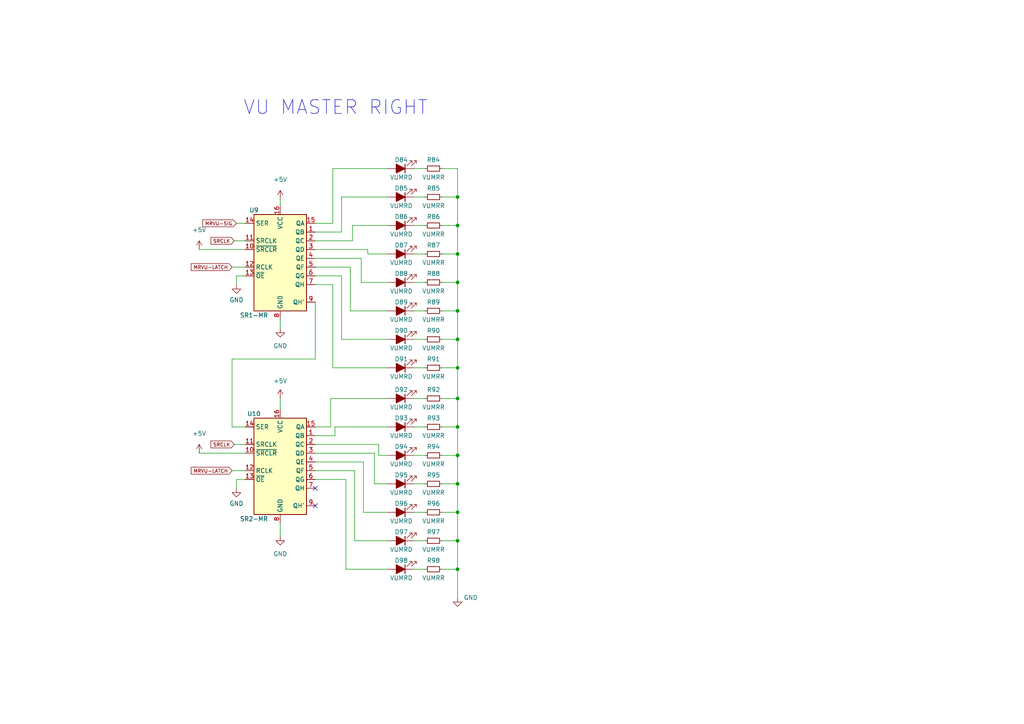
<source format=kicad_sch>
(kicad_sch (version 20210615) (generator eeschema)
  (paper "A4")
  (lib_symbols
    (symbol "74xx:74HC595"
      (property "Reference" "U" (at -7.62 13.97 0))
      (property "Value" "74HC595" (at -7.62 -16.51 0))
      (symbol "74HC595_1_0"
        (pin tri_state line (at 10.16 7.62 180) (length 2.54) (name "QB") (number "1"))
        (pin input line (at -10.16 2.54 0) (length 2.54) (name "~{SRCLR}") (number "10"))
        (pin input line (at -10.16 5.08 0) (length 2.54) (name "SRCLK") (number "11"))
        (pin input line (at -10.16 -2.54 0) (length 2.54) (name "RCLK") (number "12"))
        (pin input line (at -10.16 -5.08 0) (length 2.54) (name "~{OE}") (number "13"))
        (pin input line (at -10.16 10.16 0) (length 2.54) (name "SER") (number "14"))
        (pin tri_state line (at 10.16 10.16 180) (length 2.54) (name "QA") (number "15"))
        (pin power_in line (at 0 15.24 270) (length 2.54) (name "VCC") (number "16"))
        (pin tri_state line (at 10.16 5.08 180) (length 2.54) (name "QC") (number "2"))
        (pin tri_state line (at 10.16 2.54 180) (length 2.54) (name "QD") (number "3"))
        (pin tri_state line (at 10.16 0 180) (length 2.54) (name "QE") (number "4"))
        (pin tri_state line (at 10.16 -2.54 180) (length 2.54) (name "QF") (number "5"))
        (pin tri_state line (at 10.16 -5.08 180) (length 2.54) (name "QG") (number "6"))
        (pin tri_state line (at 10.16 -7.62 180) (length 2.54) (name "QH") (number "7"))
        (pin power_in line (at 0 -17.78 90) (length 2.54) (name "GND") (number "8"))
        (pin output line (at 10.16 -12.7 180) (length 2.54) (name "QH'") (number "9"))
      )
      (symbol "74HC595_1_1"
        (rectangle (start -7.62 12.7) (end 7.62 -15.24) (stroke (width 0.254)) (fill (type background)))
      )
    )
    (symbol "Device:LED_Filled" (pin_numbers hide) (pin_names (offset 1.016) hide)
      (property "Reference" "D" (at 0 2.54 0))
      (property "Value" "LED_Filled" (at 0 -2.54 0))
      (symbol "LED_Filled_0_1"
        (polyline (pts (xy -1.27 -1.27) (xy -1.27 1.27)) (stroke (width 0.254)))
        (polyline (pts (xy -1.27 0) (xy 1.27 0)))
        (polyline (pts (xy -3.048 -0.762) (xy -4.572 -2.286) (xy -3.81 -2.286) (xy -4.572 -2.286) (xy -4.572 -1.524)))
        (polyline (pts (xy -1.778 -0.762) (xy -3.302 -2.286) (xy -2.54 -2.286) (xy -3.302 -2.286) (xy -3.302 -1.524)))
        (polyline (pts (xy 1.27 -1.27) (xy 1.27 1.27) (xy -1.27 0) (xy 1.27 -1.27)) (stroke (width 0.254)) (fill (type outline)))
      )
      (symbol "LED_Filled_1_1"
        (pin passive line (at -3.81 0 0) (length 2.54) (name "K") (number "1"))
        (pin passive line (at 3.81 0 180) (length 2.54) (name "A") (number "2"))
      )
    )
    (symbol "Device:R_Small" (pin_numbers hide) (pin_names (offset 0.254) hide)
      (property "Reference" "R" (at 0.762 0.508 0))
      (property "Value" "R_Small" (at 0.762 -1.016 0))
      (symbol "R_Small_0_1"
        (rectangle (start -0.762 1.778) (end 0.762 -1.778) (stroke (width 0.2032)))
      )
      (symbol "R_Small_1_1"
        (pin passive line (at 0 2.54 270) (length 0.762) (name "~") (number "1"))
        (pin passive line (at 0 -2.54 90) (length 0.762) (name "~") (number "2"))
      )
    )
    (symbol "power:+5V" (power) (pin_names (offset 0))
      (property "Value" "+5V" (at 0 3.556 0))
      (symbol "+5V_0_1"
        (polyline (pts (xy -0.762 1.27) (xy 0 2.54)))
        (polyline (pts (xy 0 0) (xy 0 2.54)))
        (polyline (pts (xy 0 2.54) (xy 0.762 1.27)))
      )
      (symbol "+5V_1_1"
        (pin power_in line (at 0 0 90) (length 0) hide (name "+5V") (number "1"))
      )
    )
    (symbol "power:GND" (power) (pin_names (offset 0))
      (property "Value" "GND" (at 0 -3.81 0))
      (symbol "GND_0_1"
        (polyline (pts (xy 0 0) (xy 0 -1.27) (xy 1.27 -1.27) (xy 0 -2.54) (xy -1.27 -1.27) (xy 0 -1.27)))
      )
      (symbol "GND_1_1"
        (pin power_in line (at 0 0 270) (length 0) hide (name "GND") (number "1"))
      )
    )
  )
  (junction (at 132.715 57.15) (diameter 0.9144))
  (junction (at 132.715 65.405) (diameter 0.9144))
  (junction (at 132.715 73.66) (diameter 0.9144))
  (junction (at 132.715 81.915) (diameter 0.9144))
  (junction (at 132.715 90.17) (diameter 0.9144))
  (junction (at 132.715 98.425) (diameter 0.9144))
  (junction (at 132.715 106.68) (diameter 0.9144))
  (junction (at 132.715 115.57) (diameter 0.9144))
  (junction (at 132.715 123.825) (diameter 0.9144))
  (junction (at 132.715 132.08) (diameter 0.9144))
  (junction (at 132.715 140.335) (diameter 0.9144))
  (junction (at 132.715 148.59) (diameter 0.9144))
  (junction (at 132.715 156.845) (diameter 0.9144))
  (junction (at 132.715 165.1) (diameter 0.9144))
  (no_connect (at 91.44 141.605))
  (no_connect (at 91.44 146.685))
  (wire (pts (xy 57.785 72.39) (xy 71.12 72.39)))
  (wire (pts (xy 57.785 131.445) (xy 71.12 131.445)))
  (wire (pts (xy 67.31 77.47) (xy 71.12 77.47)))
  (wire (pts (xy 67.31 104.14) (xy 67.31 123.825)))
  (wire (pts (xy 67.31 123.825) (xy 71.12 123.825)))
  (wire (pts (xy 67.31 136.525) (xy 71.12 136.525)))
  (wire (pts (xy 67.945 69.85) (xy 71.12 69.85)))
  (wire (pts (xy 67.945 128.905) (xy 71.12 128.905)))
  (wire (pts (xy 68.58 64.77) (xy 71.12 64.77)))
  (wire (pts (xy 68.58 80.01) (xy 71.12 80.01)))
  (wire (pts (xy 68.58 82.55) (xy 68.58 80.01)))
  (wire (pts (xy 68.58 139.065) (xy 71.12 139.065)))
  (wire (pts (xy 68.58 141.605) (xy 68.58 139.065)))
  (wire (pts (xy 81.28 57.785) (xy 81.28 59.69)))
  (wire (pts (xy 81.28 92.71) (xy 81.28 95.25)))
  (wire (pts (xy 81.28 115.57) (xy 81.28 118.745)))
  (wire (pts (xy 81.28 151.765) (xy 81.28 155.575)))
  (wire (pts (xy 91.44 67.31) (xy 99.06 67.31)))
  (wire (pts (xy 91.44 69.85) (xy 102.235 69.85)))
  (wire (pts (xy 91.44 72.39) (xy 106.68 72.39)))
  (wire (pts (xy 91.44 74.93) (xy 104.775 74.93)))
  (wire (pts (xy 91.44 77.47) (xy 101.6 77.47)))
  (wire (pts (xy 91.44 80.01) (xy 99.06 80.01)))
  (wire (pts (xy 91.44 82.55) (xy 96.52 82.55)))
  (wire (pts (xy 91.44 87.63) (xy 91.44 104.14)))
  (wire (pts (xy 91.44 104.14) (xy 67.31 104.14)))
  (wire (pts (xy 91.44 128.905) (xy 109.855 128.905)))
  (wire (pts (xy 91.44 131.445) (xy 108.585 131.445)))
  (wire (pts (xy 91.44 136.525) (xy 102.87 136.525)))
  (wire (pts (xy 91.44 139.065) (xy 100.33 139.065)))
  (wire (pts (xy 95.885 115.57) (xy 95.885 123.825)))
  (wire (pts (xy 95.885 123.825) (xy 91.44 123.825)))
  (wire (pts (xy 96.52 48.895) (xy 96.52 64.77)))
  (wire (pts (xy 96.52 64.77) (xy 91.44 64.77)))
  (wire (pts (xy 96.52 82.55) (xy 96.52 106.68)))
  (wire (pts (xy 96.52 106.68) (xy 112.395 106.68)))
  (wire (pts (xy 97.155 123.825) (xy 97.155 126.365)))
  (wire (pts (xy 97.155 126.365) (xy 91.44 126.365)))
  (wire (pts (xy 99.06 57.15) (xy 112.395 57.15)))
  (wire (pts (xy 99.06 67.31) (xy 99.06 57.15)))
  (wire (pts (xy 99.06 80.01) (xy 99.06 98.425)))
  (wire (pts (xy 99.06 98.425) (xy 112.395 98.425)))
  (wire (pts (xy 100.33 139.065) (xy 100.33 165.1)))
  (wire (pts (xy 100.33 165.1) (xy 112.395 165.1)))
  (wire (pts (xy 101.6 77.47) (xy 101.6 90.17)))
  (wire (pts (xy 101.6 90.17) (xy 112.395 90.17)))
  (wire (pts (xy 102.235 65.405) (xy 112.395 65.405)))
  (wire (pts (xy 102.235 69.85) (xy 102.235 65.405)))
  (wire (pts (xy 102.87 136.525) (xy 102.87 156.845)))
  (wire (pts (xy 102.87 156.845) (xy 112.395 156.845)))
  (wire (pts (xy 104.775 74.93) (xy 104.775 81.915)))
  (wire (pts (xy 104.775 81.915) (xy 112.395 81.915)))
  (wire (pts (xy 105.41 133.985) (xy 91.44 133.985)))
  (wire (pts (xy 105.41 148.59) (xy 105.41 133.985)))
  (wire (pts (xy 106.68 72.39) (xy 106.68 73.66)))
  (wire (pts (xy 106.68 73.66) (xy 112.395 73.66)))
  (wire (pts (xy 108.585 131.445) (xy 108.585 140.335)))
  (wire (pts (xy 108.585 140.335) (xy 112.395 140.335)))
  (wire (pts (xy 109.855 128.905) (xy 109.855 132.08)))
  (wire (pts (xy 109.855 132.08) (xy 112.395 132.08)))
  (wire (pts (xy 112.395 48.895) (xy 96.52 48.895)))
  (wire (pts (xy 112.395 115.57) (xy 95.885 115.57)))
  (wire (pts (xy 112.395 123.825) (xy 97.155 123.825)))
  (wire (pts (xy 112.395 148.59) (xy 105.41 148.59)))
  (wire (pts (xy 120.015 48.895) (xy 123.19 48.895)))
  (wire (pts (xy 120.015 57.15) (xy 123.19 57.15)))
  (wire (pts (xy 120.015 65.405) (xy 123.19 65.405)))
  (wire (pts (xy 120.015 73.66) (xy 123.19 73.66)))
  (wire (pts (xy 120.015 81.915) (xy 123.19 81.915)))
  (wire (pts (xy 120.015 90.17) (xy 123.19 90.17)))
  (wire (pts (xy 120.015 98.425) (xy 123.19 98.425)))
  (wire (pts (xy 120.015 106.68) (xy 123.19 106.68)))
  (wire (pts (xy 120.015 115.57) (xy 123.19 115.57)))
  (wire (pts (xy 120.015 123.825) (xy 123.19 123.825)))
  (wire (pts (xy 120.015 132.08) (xy 123.19 132.08)))
  (wire (pts (xy 120.015 140.335) (xy 123.19 140.335)))
  (wire (pts (xy 120.015 148.59) (xy 123.19 148.59)))
  (wire (pts (xy 120.015 156.845) (xy 123.19 156.845)))
  (wire (pts (xy 120.015 165.1) (xy 123.19 165.1)))
  (wire (pts (xy 128.27 48.895) (xy 132.715 48.895)))
  (wire (pts (xy 128.27 57.15) (xy 132.715 57.15)))
  (wire (pts (xy 128.27 65.405) (xy 132.715 65.405)))
  (wire (pts (xy 128.27 73.66) (xy 132.715 73.66)))
  (wire (pts (xy 128.27 81.915) (xy 132.715 81.915)))
  (wire (pts (xy 128.27 90.17) (xy 132.715 90.17)))
  (wire (pts (xy 128.27 98.425) (xy 132.715 98.425)))
  (wire (pts (xy 128.27 106.68) (xy 132.715 106.68)))
  (wire (pts (xy 128.27 115.57) (xy 132.715 115.57)))
  (wire (pts (xy 128.27 123.825) (xy 132.715 123.825)))
  (wire (pts (xy 128.27 132.08) (xy 132.715 132.08)))
  (wire (pts (xy 128.27 140.335) (xy 132.715 140.335)))
  (wire (pts (xy 128.27 148.59) (xy 132.715 148.59)))
  (wire (pts (xy 128.27 156.845) (xy 132.715 156.845)))
  (wire (pts (xy 128.27 165.1) (xy 132.715 165.1)))
  (wire (pts (xy 132.715 48.895) (xy 132.715 57.15)))
  (wire (pts (xy 132.715 57.15) (xy 132.715 65.405)))
  (wire (pts (xy 132.715 65.405) (xy 132.715 73.66)))
  (wire (pts (xy 132.715 73.66) (xy 132.715 81.915)))
  (wire (pts (xy 132.715 81.915) (xy 132.715 90.17)))
  (wire (pts (xy 132.715 90.17) (xy 132.715 98.425)))
  (wire (pts (xy 132.715 98.425) (xy 132.715 106.68)))
  (wire (pts (xy 132.715 106.68) (xy 132.715 115.57)))
  (wire (pts (xy 132.715 115.57) (xy 132.715 123.825)))
  (wire (pts (xy 132.715 123.825) (xy 132.715 132.08)))
  (wire (pts (xy 132.715 132.08) (xy 132.715 140.335)))
  (wire (pts (xy 132.715 140.335) (xy 132.715 148.59)))
  (wire (pts (xy 132.715 148.59) (xy 132.715 156.845)))
  (wire (pts (xy 132.715 156.845) (xy 132.715 165.1)))
  (wire (pts (xy 132.715 165.1) (xy 132.715 173.355)))
  (text "VU MASTER RIGHT" (at 70.485 33.655 0) (effects (font (size 4.016 4.016)) (justify left bottom)))
  (global_label "MRVU-LATCH" (shape input) (at 67.31 77.47 180) (effects (font (size 1.016 1.016))) (property "Intersheet References" "${INTERSHEET_REFS}" (effects hide)))
  (global_label "MRVU-LATCH" (shape input) (at 67.31 136.525 180) (effects (font (size 1.016 1.016))) (property "Intersheet References" "${INTERSHEET_REFS}" (effects hide)))
  (global_label "SRCLK" (shape input) (at 67.945 69.85 180) (effects (font (size 1.016 1.016))) (property "Intersheet References" "${INTERSHEET_REFS}" (effects hide)))
  (global_label "SRCLK" (shape input) (at 67.945 128.905 180) (effects (font (size 1.016 1.016))) (property "Intersheet References" "${INTERSHEET_REFS}" (effects hide)))
  (global_label "MRVU-SIG" (shape input) (at 68.58 64.77 180) (effects (font (size 1.016 1.016))) (property "Intersheet References" "${INTERSHEET_REFS}" (effects hide)))
  (symbol (lib_id "power:+5V") (at 57.785 72.39 0) (unit 1)
    (property "Reference" "#PWR0140" (effects hide))
    (property "Value" "+5V" (at 57.785 66.675 0))
  )
  (symbol (lib_id "power:+5V") (at 57.785 131.445 0) (unit 1)
    (property "Reference" "#PWR0141" (effects hide))
    (property "Value" "+5V" (at 57.785 125.73 0))
  )
  (symbol (lib_id "power:+5V") (at 81.28 57.785 0) (unit 1)
    (property "Reference" "#PWR0144" (effects hide))
    (property "Value" "+5V" (at 81.28 52.07 0))
  )
  (symbol (lib_id "power:+5V") (at 81.28 115.57 0) (unit 1)
    (property "Reference" "#PWR0146" (effects hide))
    (property "Value" "+5V" (at 81.28 110.49 0))
  )
  (symbol (lib_id "power:GND") (at 68.58 82.55 0) (unit 1)
    (property "Reference" "#PWR0142" (effects hide))
    (property "Value" "GND" (at 68.58 86.995 0))
  )
  (symbol (lib_id "power:GND") (at 68.58 141.605 0) (unit 1)
    (property "Reference" "#PWR0143" (effects hide))
    (property "Value" "GND" (at 68.58 146.05 0))
  )
  (symbol (lib_id "power:GND") (at 81.28 95.25 0) (unit 1)
    (property "Reference" "#PWR0145" (effects hide))
    (property "Value" "GND" (at 81.28 100.33 0))
  )
  (symbol (lib_id "power:GND") (at 81.28 155.575 0) (unit 1)
    (property "Reference" "#PWR0147" (effects hide))
    (property "Value" "GND" (at 81.28 160.655 0))
  )
  (symbol (lib_id "power:GND") (at 132.715 173.355 0) (unit 1)
    (property "Reference" "#PWR0148" (effects hide))
    (property "Value" "GND" (at 136.525 173.355 0))
  )
  (symbol (lib_id "Device:R_Small") (at 125.73 48.895 270) (unit 1)
    (property "Reference" "R84" (at 125.73 46.355 90))
    (property "Value" "VUMRR" (at 125.73 51.435 90))
    (property "Footprint" "Library:R_1206_3216Metric_Pad1.30x1.75mm_HandSolder" (effects hide))
  )
  (symbol (lib_id "Device:R_Small") (at 125.73 57.15 270) (unit 1)
    (property "Reference" "R85" (at 125.73 54.61 90))
    (property "Value" "VUMRR" (at 125.73 59.69 90))
    (property "Footprint" "Library:R_1206_3216Metric_Pad1.30x1.75mm_HandSolder" (effects hide))
  )
  (symbol (lib_id "Device:R_Small") (at 125.73 65.405 270) (unit 1)
    (property "Reference" "R86" (at 125.73 62.865 90))
    (property "Value" "VUMRR" (at 125.73 67.945 90))
    (property "Footprint" "Library:R_1206_3216Metric_Pad1.30x1.75mm_HandSolder" (effects hide))
  )
  (symbol (lib_id "Device:R_Small") (at 125.73 73.66 270) (unit 1)
    (property "Reference" "R87" (at 125.73 71.12 90))
    (property "Value" "VUMRR" (at 125.73 76.2 90))
    (property "Footprint" "Library:R_1206_3216Metric_Pad1.30x1.75mm_HandSolder" (effects hide))
  )
  (symbol (lib_id "Device:R_Small") (at 125.73 81.915 270) (unit 1)
    (property "Reference" "R88" (at 125.73 79.375 90))
    (property "Value" "VUMRR" (at 125.73 84.455 90))
    (property "Footprint" "Library:R_1206_3216Metric_Pad1.30x1.75mm_HandSolder" (effects hide))
  )
  (symbol (lib_id "Device:R_Small") (at 125.73 90.17 270) (unit 1)
    (property "Reference" "R89" (at 125.73 87.63 90))
    (property "Value" "VUMRR" (at 125.73 92.71 90))
    (property "Footprint" "Library:R_1206_3216Metric_Pad1.30x1.75mm_HandSolder" (effects hide))
  )
  (symbol (lib_id "Device:R_Small") (at 125.73 98.425 270) (unit 1)
    (property "Reference" "R90" (at 125.73 95.885 90))
    (property "Value" "VUMRR" (at 125.73 100.965 90))
    (property "Footprint" "Library:R_1206_3216Metric_Pad1.30x1.75mm_HandSolder" (effects hide))
  )
  (symbol (lib_id "Device:R_Small") (at 125.73 106.68 270) (unit 1)
    (property "Reference" "R91" (at 125.73 104.14 90))
    (property "Value" "VUMRR" (at 125.73 109.22 90))
    (property "Footprint" "Library:R_1206_3216Metric_Pad1.30x1.75mm_HandSolder" (effects hide))
  )
  (symbol (lib_id "Device:R_Small") (at 125.73 115.57 270) (unit 1)
    (property "Reference" "R92" (at 125.73 113.03 90))
    (property "Value" "VUMRR" (at 125.73 118.11 90))
    (property "Footprint" "Library:R_1206_3216Metric_Pad1.30x1.75mm_HandSolder" (effects hide))
  )
  (symbol (lib_id "Device:R_Small") (at 125.73 123.825 270) (unit 1)
    (property "Reference" "R93" (at 125.73 121.285 90))
    (property "Value" "VUMRR" (at 125.73 126.365 90))
    (property "Footprint" "Library:R_1206_3216Metric_Pad1.30x1.75mm_HandSolder" (effects hide))
  )
  (symbol (lib_id "Device:R_Small") (at 125.73 132.08 270) (unit 1)
    (property "Reference" "R94" (at 125.73 129.54 90))
    (property "Value" "VUMRR" (at 125.73 134.62 90))
    (property "Footprint" "Library:R_1206_3216Metric_Pad1.30x1.75mm_HandSolder" (effects hide))
  )
  (symbol (lib_id "Device:R_Small") (at 125.73 140.335 270) (unit 1)
    (property "Reference" "R95" (at 125.73 137.795 90))
    (property "Value" "VUMRR" (at 125.73 142.875 90))
    (property "Footprint" "Library:R_1206_3216Metric_Pad1.30x1.75mm_HandSolder" (effects hide))
  )
  (symbol (lib_id "Device:R_Small") (at 125.73 148.59 270) (unit 1)
    (property "Reference" "R96" (at 125.73 146.05 90))
    (property "Value" "VUMRR" (at 125.73 151.13 90))
    (property "Footprint" "Library:R_1206_3216Metric_Pad1.30x1.75mm_HandSolder" (effects hide))
  )
  (symbol (lib_id "Device:R_Small") (at 125.73 156.845 270) (unit 1)
    (property "Reference" "R97" (at 125.73 154.305 90))
    (property "Value" "VUMRR" (at 125.73 159.385 90))
    (property "Footprint" "Library:R_1206_3216Metric_Pad1.30x1.75mm_HandSolder" (effects hide))
  )
  (symbol (lib_id "Device:R_Small") (at 125.73 165.1 270) (unit 1)
    (property "Reference" "R98" (at 125.73 162.56 90))
    (property "Value" "VUMRR" (at 125.73 167.64 90))
    (property "Footprint" "Library:R_1206_3216Metric_Pad1.30x1.75mm_HandSolder" (effects hide))
  )
  (symbol (lib_id "Device:LED_Filled") (at 116.205 48.895 180) (unit 1)
    (property "Reference" "D84" (at 116.3955 46.355 0))
    (property "Value" "VUMRD" (at 116.3955 51.435 0))
    (property "Footprint" "Library:LED_GREEN" (effects hide))
  )
  (symbol (lib_id "Device:LED_Filled") (at 116.205 57.15 180) (unit 1)
    (property "Reference" "D85" (at 116.3955 54.61 0))
    (property "Value" "VUMRD" (at 116.3955 59.69 0))
    (property "Footprint" "Library:LED_GREEN" (effects hide))
  )
  (symbol (lib_id "Device:LED_Filled") (at 116.205 65.405 180) (unit 1)
    (property "Reference" "D86" (at 116.3955 62.865 0))
    (property "Value" "VUMRD" (at 116.3955 67.945 0))
    (property "Footprint" "Library:LED_GREEN" (effects hide))
  )
  (symbol (lib_id "Device:LED_Filled") (at 116.205 73.66 180) (unit 1)
    (property "Reference" "D87" (at 116.3955 71.12 0))
    (property "Value" "VUMRD" (at 116.3955 76.2 0))
    (property "Footprint" "Library:LED_GREEN" (effects hide))
  )
  (symbol (lib_id "Device:LED_Filled") (at 116.205 81.915 180) (unit 1)
    (property "Reference" "D88" (at 116.3955 79.375 0))
    (property "Value" "VUMRD" (at 116.3955 84.455 0))
    (property "Footprint" "Library:LED_GREEN" (effects hide))
  )
  (symbol (lib_id "Device:LED_Filled") (at 116.205 90.17 180) (unit 1)
    (property "Reference" "D89" (at 116.3955 87.63 0))
    (property "Value" "VUMRD" (at 116.3955 92.71 0))
    (property "Footprint" "Library:LED_GREEN" (effects hide))
  )
  (symbol (lib_id "Device:LED_Filled") (at 116.205 98.425 180) (unit 1)
    (property "Reference" "D90" (at 116.3955 95.885 0))
    (property "Value" "VUMRD" (at 116.3955 100.965 0))
    (property "Footprint" "Library:LED_GREEN" (effects hide))
  )
  (symbol (lib_id "Device:LED_Filled") (at 116.205 106.68 180) (unit 1)
    (property "Reference" "D91" (at 116.3955 104.14 0))
    (property "Value" "VUMRD" (at 116.3955 109.22 0))
    (property "Footprint" "Library:LED_GREEN" (effects hide))
  )
  (symbol (lib_id "Device:LED_Filled") (at 116.205 115.57 180) (unit 1)
    (property "Reference" "D92" (at 116.3955 113.03 0))
    (property "Value" "VUMRD" (at 116.3955 118.11 0))
    (property "Footprint" "Library:LED_GREEN" (effects hide))
  )
  (symbol (lib_id "Device:LED_Filled") (at 116.205 123.825 180) (unit 1)
    (property "Reference" "D93" (at 116.3955 121.285 0))
    (property "Value" "VUMRD" (at 116.3955 126.365 0))
    (property "Footprint" "Library:LED_YELLOW" (effects hide))
  )
  (symbol (lib_id "Device:LED_Filled") (at 116.205 132.08 180) (unit 1)
    (property "Reference" "D94" (at 116.3955 129.54 0))
    (property "Value" "VUMRD" (at 116.3955 134.62 0))
    (property "Footprint" "Library:LED_YELLOW" (effects hide))
  )
  (symbol (lib_id "Device:LED_Filled") (at 116.205 140.335 180) (unit 1)
    (property "Reference" "D95" (at 116.3955 137.795 0))
    (property "Value" "VUMRD" (at 116.3955 142.875 0))
    (property "Footprint" "Library:LED_YELLOW" (effects hide))
  )
  (symbol (lib_id "Device:LED_Filled") (at 116.205 148.59 180) (unit 1)
    (property "Reference" "D96" (at 116.3955 146.05 0))
    (property "Value" "VUMRD" (at 116.3955 151.13 0))
    (property "Footprint" "Library:LED_YELLOW" (effects hide))
  )
  (symbol (lib_id "Device:LED_Filled") (at 116.205 156.845 180) (unit 1)
    (property "Reference" "D97" (at 116.3955 154.305 0))
    (property "Value" "VUMRD" (at 116.3955 159.385 0))
    (property "Footprint" "Library:LED_RED" (effects hide))
  )
  (symbol (lib_id "Device:LED_Filled") (at 116.205 165.1 180) (unit 1)
    (property "Reference" "D98" (at 116.3955 162.56 0))
    (property "Value" "VUMRD" (at 116.3955 167.64 0))
    (property "Footprint" "Library:LED_RED" (effects hide))
  )
  (symbol (lib_id "74xx:74HC595") (at 81.28 74.93 0) (unit 1)
    (property "Reference" "U9" (at 73.66 60.96 0))
    (property "Value" "SR1-MR" (at 73.66 91.44 0))
    (property "Footprint" "Library:SO-16_3.9x9.9mm_P1.27mm" (effects hide))
    (property "Datasheet" "http://www.ti.com/lit/ds/symlink/sn74hc595.pdf" (effects hide))
  )
  (symbol (lib_id "74xx:74HC595") (at 81.28 133.985 0) (unit 1)
    (property "Reference" "U10" (at 73.66 120.015 0))
    (property "Value" "SR2-MR" (at 73.66 150.495 0))
    (property "Footprint" "Library:SO-16_3.9x9.9mm_P1.27mm" (effects hide))
    (property "Datasheet" "http://www.ti.com/lit/ds/symlink/sn74hc595.pdf" (effects hide))
  )
)
</source>
